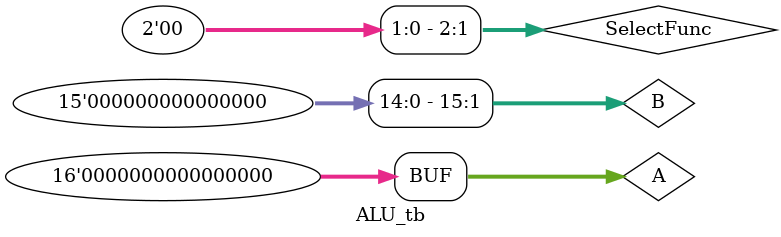
<source format=sv>
/*
Steven Tieu
TCES 380 Project, ALU unit
16-bit ALU unit takes in two 16-bit inputs and one 16-bit output.

Overflow and underflow allowed to occur.
 */

module ALU(SelectFunc, A, B, Q);
	parameter Bits;
	input [2:0] SelectFunc;
	input [(Bits - 1):0] A, B; //Select and the inputs
	output logic [(Bits - 1):0] Q; //output;
	
	//Mux_3w_8_to_1( M, S, R, T, U, V, W, X, Y, Z);
	//Mux_3w_8_to_1 unit(Q, Sel, 3'b000, A + B, A - B, A, A ^ B, A | B, A & B, A + 3'b001);
	always @(SelectFunc, A, B) begin
		case(SelectFunc)
			3'b000: Q = 3'b000; //0
			3'b001: Q = A + B; 	//ADD
			3'b010: Q = A - B;	//SUBTRACT
			3'b011: Q = A;		//BYPASS
			3'b100: Q = A ^ B;	//XOR
			3'b101: Q = A | B;	//OR
			3'b110: Q = A & B;	//AND
			/*3'b111*/ default: Q = A + 3'b001; //ADD ONE
		endcase
	end
endmodule

module ALU_tb;
	logic [2:0] SelectFunc; //Select
	logic [15:0] A, B; //ALU inputs
	logic [15:0] Q; //ALU output
	ALU #(.Bits(16)) DUT(SelectFunc, A, B, Q);
	initial begin
		A = 16'b0101010101010101;
		B = 16'b1010101010101001;

		for(int k = 0; k < 8; k++) begin
			SelectFunc = k;
			#10;
		end

		for(int j = 0; j < 10; j++) begin
			{A, B} = $random;
			SelectFunc = $random;
			#10;
		end
	end
	initial
	$monitor( "Sel = %d \t A = %h \t B = %h \t Q = %h", SelectFunc, A, B, Q);
endmodule
	
</source>
